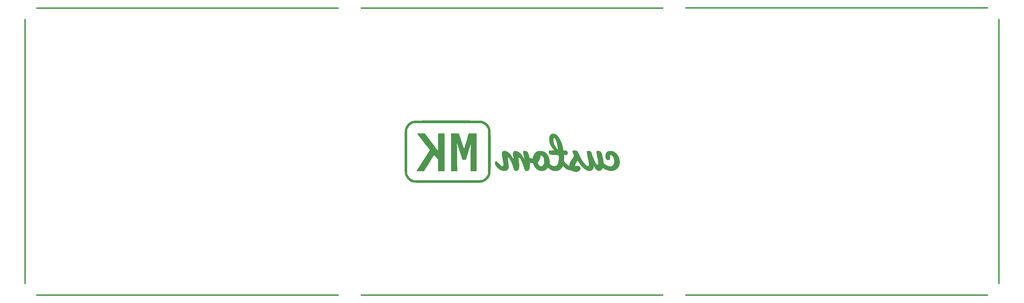
<source format=gbr>
%TF.GenerationSoftware,KiCad,Pcbnew,(5.1.6-0-10_14)*%
%TF.CreationDate,2021-09-05T18:40:08-05:00*%
%TF.ProjectId,EVO70_FR4_base,45564f37-305f-4465-9234-5f626173652e,rev?*%
%TF.SameCoordinates,Original*%
%TF.FileFunction,Copper,L4,Bot*%
%TF.FilePolarity,Positive*%
%FSLAX46Y46*%
G04 Gerber Fmt 4.6, Leading zero omitted, Abs format (unit mm)*
G04 Created by KiCad (PCBNEW (5.1.6-0-10_14)) date 2021-09-05 18:40:08*
%MOMM*%
%LPD*%
G01*
G04 APERTURE LIST*
%TA.AperFunction,EtchedComponent*%
%ADD10C,0.010000*%
%TD*%
%TA.AperFunction,Conductor*%
%ADD11C,0.508000*%
%TD*%
G04 APERTURE END LIST*
D10*
%TO.C,G1*%
G36*
X192042104Y-144223604D02*
G01*
X190920886Y-144225239D01*
X189926526Y-144228346D01*
X189050529Y-144233271D01*
X188284402Y-144240360D01*
X187619649Y-144249958D01*
X187047774Y-144262410D01*
X186560284Y-144278062D01*
X186148683Y-144297259D01*
X185804477Y-144320348D01*
X185519170Y-144347673D01*
X185284268Y-144379580D01*
X185091275Y-144416414D01*
X184931697Y-144458521D01*
X184797040Y-144506246D01*
X184678807Y-144559935D01*
X184568504Y-144619934D01*
X184457637Y-144686588D01*
X184337710Y-144760241D01*
X184304150Y-144780489D01*
X183620828Y-145281191D01*
X183065592Y-145882770D01*
X182648453Y-146572197D01*
X182398300Y-147261126D01*
X182373298Y-147367952D01*
X182351310Y-147492114D01*
X182332145Y-147644511D01*
X182315612Y-147836042D01*
X182301519Y-148077606D01*
X182289677Y-148380104D01*
X182279893Y-148754436D01*
X182271978Y-149211499D01*
X182265740Y-149762195D01*
X182260989Y-150417423D01*
X182257533Y-151188083D01*
X182255181Y-152085073D01*
X182253744Y-153119294D01*
X182253028Y-154301645D01*
X182252845Y-155565333D01*
X182253052Y-156897730D01*
X182253802Y-158071694D01*
X182255285Y-159098124D01*
X182257692Y-159987920D01*
X182261214Y-160751981D01*
X182266041Y-161401207D01*
X182272366Y-161946498D01*
X182280378Y-162398753D01*
X182290270Y-162768872D01*
X182302230Y-163067754D01*
X182316451Y-163306299D01*
X182333124Y-163495407D01*
X182352439Y-163645976D01*
X182374587Y-163768908D01*
X182398300Y-163869540D01*
X182681805Y-164627251D01*
X183112467Y-165308907D01*
X183680276Y-165901481D01*
X184304150Y-166350177D01*
X184427806Y-166425699D01*
X184540203Y-166494131D01*
X184649837Y-166555819D01*
X184765203Y-166611109D01*
X184894794Y-166660345D01*
X185047107Y-166703873D01*
X185230636Y-166742039D01*
X185453875Y-166775188D01*
X185725321Y-166803665D01*
X186053467Y-166827817D01*
X186446808Y-166847989D01*
X186913840Y-166864525D01*
X187463058Y-166877773D01*
X188102956Y-166888076D01*
X188842029Y-166895781D01*
X189688772Y-166901233D01*
X190651680Y-166904778D01*
X191739247Y-166906761D01*
X192959970Y-166907527D01*
X194322342Y-166907422D01*
X195834859Y-166906792D01*
X197506015Y-166905982D01*
X197965463Y-166905785D01*
X199638612Y-166904993D01*
X201150969Y-166903977D01*
X202511076Y-166902635D01*
X203727474Y-166900864D01*
X204808704Y-166898562D01*
X205763308Y-166895627D01*
X206599827Y-166891957D01*
X207326803Y-166887449D01*
X207952777Y-166882002D01*
X208486291Y-166875513D01*
X208935886Y-166867880D01*
X209310103Y-166859001D01*
X209617484Y-166848773D01*
X209866571Y-166837095D01*
X210065904Y-166823863D01*
X210224026Y-166808977D01*
X210349477Y-166792333D01*
X210450799Y-166773830D01*
X210528624Y-166755449D01*
X211264620Y-166479551D01*
X211932000Y-166064685D01*
X212509824Y-165532305D01*
X212977153Y-164903867D01*
X213313049Y-164200826D01*
X213437760Y-163774553D01*
X213463467Y-163574068D01*
X213486740Y-163219580D01*
X213507577Y-162726402D01*
X213525979Y-162109846D01*
X213541946Y-161385225D01*
X213555478Y-160567852D01*
X213566575Y-159673039D01*
X213575237Y-158716100D01*
X213581464Y-157712347D01*
X213585255Y-156677092D01*
X213586612Y-155625649D01*
X213585534Y-154573329D01*
X213582021Y-153535447D01*
X213576072Y-152527314D01*
X213567689Y-151564243D01*
X213556871Y-150661547D01*
X213543617Y-149834539D01*
X213527929Y-149098532D01*
X213509805Y-148468837D01*
X213489247Y-147960769D01*
X213466253Y-147589639D01*
X213453478Y-147479666D01*
X212680750Y-147479666D01*
X212680750Y-163651000D01*
X212455502Y-164131495D01*
X212087279Y-164738501D01*
X211604480Y-165258487D01*
X211037346Y-165665245D01*
X210416119Y-165932567D01*
X210358398Y-165948943D01*
X210267131Y-165964065D01*
X210105846Y-165977673D01*
X209867658Y-165989814D01*
X209545680Y-166000537D01*
X209133026Y-166009891D01*
X208622810Y-166017925D01*
X208008147Y-166024686D01*
X207282150Y-166030223D01*
X206437934Y-166034585D01*
X205468612Y-166037821D01*
X204367300Y-166039978D01*
X203127109Y-166041105D01*
X201741156Y-166041251D01*
X200202553Y-166040464D01*
X198504415Y-166038793D01*
X197737083Y-166037832D01*
X185502750Y-166021666D01*
X185018620Y-165794755D01*
X184409227Y-165420553D01*
X183879434Y-164919485D01*
X183467202Y-164328820D01*
X183406512Y-164212003D01*
X183132083Y-163654560D01*
X183132083Y-147476106D01*
X183406512Y-146918662D01*
X183792676Y-146315436D01*
X184303464Y-145794872D01*
X184900919Y-145394237D01*
X185018620Y-145335911D01*
X185502750Y-145109000D01*
X210313644Y-145109000D01*
X210871087Y-145383428D01*
X211474313Y-145769592D01*
X211994878Y-146280381D01*
X212395512Y-146877835D01*
X212453838Y-146995537D01*
X212680750Y-147479666D01*
X213453478Y-147479666D01*
X213440825Y-147370760D01*
X213437760Y-147356113D01*
X213186228Y-146620123D01*
X212791317Y-145946495D01*
X212273966Y-145356685D01*
X211655113Y-144872148D01*
X210955697Y-144514339D01*
X210528624Y-144375217D01*
X210441745Y-144354947D01*
X210338446Y-144336630D01*
X210210186Y-144320162D01*
X210048422Y-144305441D01*
X209844615Y-144292366D01*
X209590221Y-144280833D01*
X209276700Y-144270742D01*
X208895510Y-144261988D01*
X208438110Y-144254471D01*
X207895958Y-144248088D01*
X207260514Y-144242737D01*
X206523235Y-144238316D01*
X205675580Y-144234722D01*
X204709007Y-144231853D01*
X203614976Y-144229608D01*
X202384945Y-144227883D01*
X201010372Y-144226577D01*
X199482715Y-144225587D01*
X197965463Y-144224880D01*
X196251861Y-144224080D01*
X194699097Y-144223370D01*
X193298676Y-144223096D01*
X192042104Y-144223604D01*
G37*
X192042104Y-144223604D02*
X190920886Y-144225239D01*
X189926526Y-144228346D01*
X189050529Y-144233271D01*
X188284402Y-144240360D01*
X187619649Y-144249958D01*
X187047774Y-144262410D01*
X186560284Y-144278062D01*
X186148683Y-144297259D01*
X185804477Y-144320348D01*
X185519170Y-144347673D01*
X185284268Y-144379580D01*
X185091275Y-144416414D01*
X184931697Y-144458521D01*
X184797040Y-144506246D01*
X184678807Y-144559935D01*
X184568504Y-144619934D01*
X184457637Y-144686588D01*
X184337710Y-144760241D01*
X184304150Y-144780489D01*
X183620828Y-145281191D01*
X183065592Y-145882770D01*
X182648453Y-146572197D01*
X182398300Y-147261126D01*
X182373298Y-147367952D01*
X182351310Y-147492114D01*
X182332145Y-147644511D01*
X182315612Y-147836042D01*
X182301519Y-148077606D01*
X182289677Y-148380104D01*
X182279893Y-148754436D01*
X182271978Y-149211499D01*
X182265740Y-149762195D01*
X182260989Y-150417423D01*
X182257533Y-151188083D01*
X182255181Y-152085073D01*
X182253744Y-153119294D01*
X182253028Y-154301645D01*
X182252845Y-155565333D01*
X182253052Y-156897730D01*
X182253802Y-158071694D01*
X182255285Y-159098124D01*
X182257692Y-159987920D01*
X182261214Y-160751981D01*
X182266041Y-161401207D01*
X182272366Y-161946498D01*
X182280378Y-162398753D01*
X182290270Y-162768872D01*
X182302230Y-163067754D01*
X182316451Y-163306299D01*
X182333124Y-163495407D01*
X182352439Y-163645976D01*
X182374587Y-163768908D01*
X182398300Y-163869540D01*
X182681805Y-164627251D01*
X183112467Y-165308907D01*
X183680276Y-165901481D01*
X184304150Y-166350177D01*
X184427806Y-166425699D01*
X184540203Y-166494131D01*
X184649837Y-166555819D01*
X184765203Y-166611109D01*
X184894794Y-166660345D01*
X185047107Y-166703873D01*
X185230636Y-166742039D01*
X185453875Y-166775188D01*
X185725321Y-166803665D01*
X186053467Y-166827817D01*
X186446808Y-166847989D01*
X186913840Y-166864525D01*
X187463058Y-166877773D01*
X188102956Y-166888076D01*
X188842029Y-166895781D01*
X189688772Y-166901233D01*
X190651680Y-166904778D01*
X191739247Y-166906761D01*
X192959970Y-166907527D01*
X194322342Y-166907422D01*
X195834859Y-166906792D01*
X197506015Y-166905982D01*
X197965463Y-166905785D01*
X199638612Y-166904993D01*
X201150969Y-166903977D01*
X202511076Y-166902635D01*
X203727474Y-166900864D01*
X204808704Y-166898562D01*
X205763308Y-166895627D01*
X206599827Y-166891957D01*
X207326803Y-166887449D01*
X207952777Y-166882002D01*
X208486291Y-166875513D01*
X208935886Y-166867880D01*
X209310103Y-166859001D01*
X209617484Y-166848773D01*
X209866571Y-166837095D01*
X210065904Y-166823863D01*
X210224026Y-166808977D01*
X210349477Y-166792333D01*
X210450799Y-166773830D01*
X210528624Y-166755449D01*
X211264620Y-166479551D01*
X211932000Y-166064685D01*
X212509824Y-165532305D01*
X212977153Y-164903867D01*
X213313049Y-164200826D01*
X213437760Y-163774553D01*
X213463467Y-163574068D01*
X213486740Y-163219580D01*
X213507577Y-162726402D01*
X213525979Y-162109846D01*
X213541946Y-161385225D01*
X213555478Y-160567852D01*
X213566575Y-159673039D01*
X213575237Y-158716100D01*
X213581464Y-157712347D01*
X213585255Y-156677092D01*
X213586612Y-155625649D01*
X213585534Y-154573329D01*
X213582021Y-153535447D01*
X213576072Y-152527314D01*
X213567689Y-151564243D01*
X213556871Y-150661547D01*
X213543617Y-149834539D01*
X213527929Y-149098532D01*
X213509805Y-148468837D01*
X213489247Y-147960769D01*
X213466253Y-147589639D01*
X213453478Y-147479666D01*
X212680750Y-147479666D01*
X212680750Y-163651000D01*
X212455502Y-164131495D01*
X212087279Y-164738501D01*
X211604480Y-165258487D01*
X211037346Y-165665245D01*
X210416119Y-165932567D01*
X210358398Y-165948943D01*
X210267131Y-165964065D01*
X210105846Y-165977673D01*
X209867658Y-165989814D01*
X209545680Y-166000537D01*
X209133026Y-166009891D01*
X208622810Y-166017925D01*
X208008147Y-166024686D01*
X207282150Y-166030223D01*
X206437934Y-166034585D01*
X205468612Y-166037821D01*
X204367300Y-166039978D01*
X203127109Y-166041105D01*
X201741156Y-166041251D01*
X200202553Y-166040464D01*
X198504415Y-166038793D01*
X197737083Y-166037832D01*
X185502750Y-166021666D01*
X185018620Y-165794755D01*
X184409227Y-165420553D01*
X183879434Y-164919485D01*
X183467202Y-164328820D01*
X183406512Y-164212003D01*
X183132083Y-163654560D01*
X183132083Y-147476106D01*
X183406512Y-146918662D01*
X183792676Y-146315436D01*
X184303464Y-145794872D01*
X184900919Y-145394237D01*
X185018620Y-145335911D01*
X185502750Y-145109000D01*
X210313644Y-145109000D01*
X210871087Y-145383428D01*
X211474313Y-145769592D01*
X211994878Y-146280381D01*
X212395512Y-146877835D01*
X212453838Y-146995537D01*
X212680750Y-147479666D01*
X213453478Y-147479666D01*
X213440825Y-147370760D01*
X213437760Y-147356113D01*
X213186228Y-146620123D01*
X212791317Y-145946495D01*
X212273966Y-145356685D01*
X211655113Y-144872148D01*
X210955697Y-144514339D01*
X210528624Y-144375217D01*
X210441745Y-144354947D01*
X210338446Y-144336630D01*
X210210186Y-144320162D01*
X210048422Y-144305441D01*
X209844615Y-144292366D01*
X209590221Y-144280833D01*
X209276700Y-144270742D01*
X208895510Y-144261988D01*
X208438110Y-144254471D01*
X207895958Y-144248088D01*
X207260514Y-144242737D01*
X206523235Y-144238316D01*
X205675580Y-144234722D01*
X204709007Y-144231853D01*
X203614976Y-144229608D01*
X202384945Y-144227883D01*
X201010372Y-144226577D01*
X199482715Y-144225587D01*
X197965463Y-144224880D01*
X196251861Y-144224080D01*
X194699097Y-144223370D01*
X193298676Y-144223096D01*
X192042104Y-144223604D01*
G36*
X235930942Y-149084197D02*
G01*
X235572244Y-149274759D01*
X235303935Y-149598594D01*
X235122299Y-150060800D01*
X235023618Y-150666475D01*
X235008187Y-150908666D01*
X235038263Y-151768183D01*
X235210255Y-152575153D01*
X235531595Y-153349818D01*
X236009717Y-154112422D01*
X236337247Y-154528166D01*
X236854245Y-155142000D01*
X236070497Y-155150439D01*
X235595625Y-155161692D01*
X235262083Y-155188980D01*
X235042048Y-155240525D01*
X234907696Y-155324545D01*
X234831205Y-155449260D01*
X234807521Y-155523556D01*
X234804979Y-155836095D01*
X234937288Y-156155188D01*
X235179293Y-156431972D01*
X235329083Y-156536643D01*
X235462445Y-156602848D01*
X235619064Y-156651206D01*
X235828987Y-156685328D01*
X236122262Y-156708825D01*
X236528935Y-156725309D01*
X236993245Y-156736648D01*
X237523813Y-156746016D01*
X237908738Y-156760413D01*
X238171255Y-156797234D01*
X238334601Y-156873876D01*
X238422014Y-157007733D01*
X238456730Y-157216200D01*
X238461985Y-157516673D01*
X238460594Y-157835115D01*
X238442755Y-158386802D01*
X238391893Y-158938607D01*
X238314634Y-159442173D01*
X238217600Y-159849142D01*
X238163930Y-160000831D01*
X237907054Y-160412076D01*
X237544183Y-160703848D01*
X237103173Y-160860400D01*
X236629377Y-160868477D01*
X236195452Y-160763395D01*
X235798234Y-160558534D01*
X235408692Y-160249691D01*
X235075083Y-159948295D01*
X235075083Y-159256269D01*
X235064119Y-159121333D01*
X233152771Y-159121333D01*
X233149213Y-159523191D01*
X233117872Y-159816247D01*
X233049098Y-160060060D01*
X232972148Y-160236153D01*
X232714663Y-160625259D01*
X232402162Y-160859898D01*
X232048926Y-160936095D01*
X231669235Y-160849879D01*
X231379584Y-160679148D01*
X231156521Y-160451047D01*
X230954325Y-160140530D01*
X230809178Y-159813363D01*
X230757083Y-159547654D01*
X230819102Y-159361514D01*
X230979741Y-159138571D01*
X231046256Y-159069264D01*
X231319615Y-158708937D01*
X231531900Y-158243273D01*
X231660427Y-157731857D01*
X231688416Y-157382490D01*
X231694792Y-157116186D01*
X231725220Y-156977960D01*
X231796653Y-156926705D01*
X231878916Y-156920557D01*
X232144670Y-156990819D01*
X232436636Y-157178085D01*
X232700016Y-157445508D01*
X232942707Y-157867913D01*
X233091985Y-158405858D01*
X233151893Y-159074305D01*
X233152771Y-159121333D01*
X235064119Y-159121333D01*
X235003414Y-158374258D01*
X234787355Y-157578999D01*
X234425326Y-156866259D01*
X233967137Y-156285220D01*
X233444440Y-155828633D01*
X232873823Y-155525072D01*
X232226349Y-155361216D01*
X231889508Y-155328798D01*
X231355306Y-155325572D01*
X230922780Y-155391701D01*
X230533366Y-155541793D01*
X230179058Y-155755463D01*
X229862866Y-156039473D01*
X229558560Y-156431149D01*
X229293343Y-156881677D01*
X229094418Y-157342245D01*
X228988987Y-157764038D01*
X228979083Y-157908749D01*
X228971769Y-158017938D01*
X228928204Y-158078444D01*
X228815953Y-158094859D01*
X228602580Y-158071779D01*
X228255651Y-158013797D01*
X228247466Y-158012372D01*
X227957918Y-157957633D01*
X227793423Y-157901716D01*
X227711970Y-157815818D01*
X227671546Y-157671139D01*
X227660838Y-157610205D01*
X227538097Y-157016034D01*
X227387068Y-156483244D01*
X227218945Y-156044342D01*
X227044924Y-155731833D01*
X226990864Y-155664971D01*
X226820443Y-155501937D01*
X226644334Y-155408000D01*
X226398611Y-155356325D01*
X226206822Y-155335849D01*
X225823547Y-155325285D01*
X225578812Y-155383011D01*
X225452470Y-155518224D01*
X225423083Y-155693591D01*
X225442181Y-155847387D01*
X225494263Y-156126679D01*
X225571514Y-156492619D01*
X225666120Y-156906359D01*
X225672226Y-156932058D01*
X225774653Y-157382154D01*
X225866201Y-157820841D01*
X225936493Y-158196100D01*
X225973852Y-158444000D01*
X226026336Y-158909666D01*
X225824586Y-158437000D01*
X225407494Y-157583895D01*
X224933678Y-156835559D01*
X224517721Y-156324336D01*
X224082433Y-155897660D01*
X223678871Y-155604930D01*
X223270095Y-155425306D01*
X222819166Y-155337949D01*
X222759881Y-155332630D01*
X222456304Y-155314976D01*
X222264762Y-155331159D01*
X222129287Y-155393804D01*
X222006862Y-155502524D01*
X221848527Y-155707219D01*
X221754677Y-155957129D01*
X221722989Y-156280047D01*
X221751138Y-156703766D01*
X221836798Y-157256081D01*
X221852889Y-157343333D01*
X221929788Y-157750242D01*
X221999820Y-158113569D01*
X222054664Y-158390576D01*
X222083678Y-158528666D01*
X222068082Y-158547872D01*
X221988511Y-158437409D01*
X221858462Y-158218181D01*
X221720517Y-157966086D01*
X221235748Y-157150805D01*
X220727245Y-156479144D01*
X220201086Y-155956065D01*
X219663350Y-155586531D01*
X219120114Y-155375503D01*
X218577458Y-155327944D01*
X218497646Y-155335084D01*
X218211776Y-155396278D01*
X217993232Y-155517039D01*
X217839855Y-155711428D01*
X217749485Y-155993507D01*
X217719965Y-156377338D01*
X217749135Y-156876981D01*
X217834837Y-157506497D01*
X217974912Y-158279949D01*
X218014750Y-158480457D01*
X218140003Y-159117467D01*
X218228364Y-159611591D01*
X218281003Y-159984942D01*
X218299095Y-160259634D01*
X218283811Y-160457781D01*
X218236324Y-160601495D01*
X218157806Y-160712891D01*
X218134413Y-160737337D01*
X217948007Y-160856561D01*
X217728385Y-160862491D01*
X217463885Y-160748563D01*
X217142843Y-160508216D01*
X216753598Y-160134887D01*
X216415905Y-159770398D01*
X216159344Y-159497087D01*
X215927740Y-159274225D01*
X215753625Y-159131953D01*
X215689884Y-159097707D01*
X215465075Y-159107027D01*
X215298629Y-159246245D01*
X215195976Y-159484413D01*
X215162544Y-159790583D01*
X215203763Y-160133806D01*
X215325063Y-160483134D01*
X215417467Y-160650458D01*
X215710035Y-161028284D01*
X216108937Y-161430003D01*
X216564893Y-161812751D01*
X217028618Y-162133662D01*
X217288679Y-162278005D01*
X217601429Y-162420534D01*
X217864775Y-162502512D01*
X218152122Y-162540047D01*
X218524776Y-162549229D01*
X218890647Y-162542664D01*
X219141555Y-162513955D01*
X219331529Y-162451708D01*
X219514596Y-162344529D01*
X219523245Y-162338666D01*
X219790096Y-162105837D01*
X219981925Y-161811203D01*
X220101170Y-161437566D01*
X220150267Y-160967731D01*
X220131654Y-160384500D01*
X220047768Y-159670677D01*
X219969813Y-159188007D01*
X219873467Y-158589356D01*
X219822425Y-158146531D01*
X219819481Y-157851446D01*
X219867426Y-157696017D01*
X219969055Y-157672159D01*
X220127160Y-157771788D01*
X220344535Y-157986818D01*
X220373710Y-158018858D01*
X220711007Y-158475087D01*
X221048615Y-159095814D01*
X221384370Y-159876221D01*
X221716104Y-160811489D01*
X221908600Y-161432416D01*
X222024528Y-161783447D01*
X222146242Y-162085749D01*
X222253704Y-162291703D01*
X222289610Y-162337860D01*
X222564676Y-162505523D01*
X222910658Y-162569415D01*
X223257665Y-162519818D01*
X223344860Y-162484572D01*
X223603793Y-162289040D01*
X223792906Y-161977716D01*
X223913527Y-161542508D01*
X223966979Y-160975323D01*
X223954588Y-160268069D01*
X223877680Y-159412654D01*
X223865117Y-159307353D01*
X223800421Y-158763124D01*
X223758599Y-158363061D01*
X223739751Y-158083534D01*
X223743977Y-157900915D01*
X223771377Y-157791574D01*
X223822051Y-157731883D01*
X223871880Y-157706811D01*
X224039359Y-157729291D01*
X224240294Y-157898875D01*
X224465233Y-158198858D01*
X224704726Y-158612537D01*
X224949321Y-159123210D01*
X225189568Y-159714171D01*
X225416016Y-160368717D01*
X225462659Y-160518333D01*
X225656111Y-161144362D01*
X225814162Y-161626630D01*
X225949080Y-161983860D01*
X226073132Y-162234776D01*
X226198585Y-162398102D01*
X226337707Y-162492561D01*
X226502765Y-162536877D01*
X226706026Y-162549775D01*
X226793970Y-162550333D01*
X227105550Y-162514206D01*
X227350895Y-162395204D01*
X227538348Y-162177392D01*
X227676256Y-161844837D01*
X227772963Y-161381604D01*
X227836813Y-160771761D01*
X227852459Y-160529272D01*
X227904864Y-159608879D01*
X228336140Y-159660703D01*
X228612881Y-159691004D01*
X228833874Y-159710042D01*
X228904239Y-159713264D01*
X229022345Y-159796516D01*
X229154937Y-160039453D01*
X229218685Y-160200833D01*
X229561077Y-160940718D01*
X230000768Y-161544614D01*
X230543059Y-162018694D01*
X231011083Y-162288407D01*
X231640023Y-162501019D01*
X232289817Y-162563086D01*
X232930147Y-162479655D01*
X233530689Y-162255768D01*
X234061126Y-161896470D01*
X234208396Y-161756517D01*
X234543064Y-161411665D01*
X235013476Y-161776948D01*
X235507387Y-162125505D01*
X235959935Y-162356015D01*
X236427787Y-162488503D01*
X236967608Y-162542995D01*
X237193530Y-162547388D01*
X237588040Y-162543931D01*
X237872191Y-162522243D01*
X238104838Y-162470489D01*
X238344835Y-162376835D01*
X238566350Y-162271345D01*
X239122586Y-161922744D01*
X239539844Y-161488142D01*
X239792897Y-161047500D01*
X239890981Y-160849639D01*
X239966082Y-160738678D01*
X239980877Y-160730002D01*
X240057315Y-160790170D01*
X240195296Y-160942023D01*
X240264491Y-161026291D01*
X240569013Y-161344260D01*
X240959262Y-161663453D01*
X241374031Y-161938895D01*
X241752114Y-162125610D01*
X241768962Y-162131812D01*
X242071181Y-162221467D01*
X242439599Y-162304715D01*
X242662256Y-162343356D01*
X243035215Y-162426937D01*
X243420608Y-162557195D01*
X243609578Y-162642338D01*
X244073715Y-162816556D01*
X244587987Y-162902051D01*
X245087608Y-162892862D01*
X245440154Y-162810778D01*
X245833351Y-162598083D01*
X246114343Y-162312516D01*
X246278471Y-161983250D01*
X246321079Y-161639458D01*
X246237510Y-161310314D01*
X246023108Y-161024991D01*
X245753545Y-160847550D01*
X245526715Y-160768539D01*
X245257531Y-160741947D01*
X244885171Y-160761812D01*
X244881992Y-160762107D01*
X244566727Y-160784616D01*
X244387213Y-160776688D01*
X244312037Y-160734891D01*
X244303750Y-160698902D01*
X244355265Y-160433327D01*
X244496724Y-160080828D01*
X244708493Y-159683584D01*
X244946884Y-159317181D01*
X245336339Y-158771408D01*
X245655669Y-159317863D01*
X246008773Y-159874717D01*
X246413387Y-160435085D01*
X246836224Y-160957248D01*
X247243995Y-161399484D01*
X247518119Y-161652122D01*
X248123929Y-162086658D01*
X248727933Y-162386896D01*
X249312672Y-162547982D01*
X249860687Y-162565066D01*
X250344731Y-162437667D01*
X250597876Y-162303740D01*
X250769455Y-162139279D01*
X250917538Y-161884521D01*
X250951381Y-161813320D01*
X251076584Y-161475746D01*
X251150787Y-161139039D01*
X251160923Y-161005166D01*
X251175673Y-160785347D01*
X251211789Y-160658047D01*
X251229691Y-160645333D01*
X251294863Y-160717780D01*
X251386923Y-160902987D01*
X251444125Y-161047500D01*
X251703479Y-161591672D01*
X252037484Y-162030531D01*
X252426554Y-162348411D01*
X252851100Y-162529647D01*
X253291535Y-162558575D01*
X253327572Y-162553735D01*
X253729420Y-162418218D01*
X254085763Y-162161584D01*
X254341806Y-161825913D01*
X254378922Y-161746389D01*
X254459886Y-161572453D01*
X254514665Y-161492564D01*
X254517088Y-161492000D01*
X254598396Y-161537330D01*
X254770221Y-161653200D01*
X254896814Y-161743315D01*
X255250899Y-161954964D01*
X255709679Y-162167029D01*
X256210302Y-162355393D01*
X256689916Y-162495939D01*
X257020561Y-162558251D01*
X257464721Y-162571963D01*
X257972277Y-162528284D01*
X258476201Y-162437545D01*
X258909468Y-162310079D01*
X259063926Y-162243290D01*
X259422996Y-162016027D01*
X259786535Y-161707139D01*
X260100406Y-161368020D01*
X260301242Y-161068666D01*
X260519045Y-160483430D01*
X260622905Y-159799763D01*
X260621159Y-159086830D01*
X260498706Y-158242840D01*
X260243743Y-157471551D01*
X259866148Y-156788957D01*
X259375802Y-156211054D01*
X258782582Y-155753836D01*
X258453244Y-155576777D01*
X258171384Y-155459118D01*
X257906605Y-155390890D01*
X257593136Y-155359883D01*
X257251567Y-155353666D01*
X256879582Y-155359560D01*
X256623760Y-155384747D01*
X256431121Y-155440489D01*
X256248686Y-155538043D01*
X256182324Y-155580913D01*
X255818125Y-155919637D01*
X255582197Y-156367722D01*
X255475713Y-156922640D01*
X255469166Y-157119996D01*
X255520643Y-157637794D01*
X255666688Y-158064599D01*
X255894723Y-158381328D01*
X256192170Y-158568897D01*
X256453417Y-158613333D01*
X256709828Y-158568602D01*
X256903237Y-158479436D01*
X256995520Y-158401491D01*
X257050214Y-158300368D01*
X257074955Y-158136378D01*
X257077380Y-157869832D01*
X257070242Y-157611603D01*
X257046083Y-156877666D01*
X257371388Y-156850923D01*
X257579992Y-156851210D01*
X257744012Y-156913298D01*
X257925503Y-157066983D01*
X258017047Y-157160942D01*
X258332972Y-157598760D01*
X258547111Y-158147395D01*
X258665557Y-158822845D01*
X258670542Y-158876653D01*
X258669801Y-159517868D01*
X258550318Y-160051841D01*
X258318484Y-160471088D01*
X257980687Y-160768127D01*
X257543317Y-160935474D01*
X257012763Y-160965646D01*
X256896375Y-160954602D01*
X256550895Y-160869289D01*
X256131744Y-160700043D01*
X255693075Y-160473992D01*
X255289041Y-160218267D01*
X255046339Y-160027780D01*
X254908208Y-159898369D01*
X254814511Y-159776005D01*
X254751103Y-159620805D01*
X254703838Y-159392884D01*
X254658572Y-159052358D01*
X254637918Y-158876218D01*
X254566414Y-158374506D01*
X254465435Y-157819646D01*
X254345433Y-157257928D01*
X254216857Y-156735646D01*
X254090159Y-156299092D01*
X253999448Y-156048080D01*
X253789477Y-155689401D01*
X253501165Y-155461802D01*
X253105404Y-155345521D01*
X252938379Y-155327627D01*
X252646851Y-155317928D01*
X252430852Y-155348534D01*
X252286105Y-155437227D01*
X252208333Y-155601794D01*
X252193261Y-155860018D01*
X252236611Y-156229686D01*
X252334106Y-156728580D01*
X252464027Y-157300277D01*
X252585478Y-157862539D01*
X252688555Y-158425807D01*
X252769019Y-158957845D01*
X252822629Y-159426417D01*
X252845146Y-159799285D01*
X252832332Y-160044213D01*
X252827689Y-160065620D01*
X252740558Y-160250051D01*
X252639711Y-160338706D01*
X252437881Y-160329070D01*
X252206107Y-160167424D01*
X251951858Y-159866906D01*
X251682603Y-159440655D01*
X251405811Y-158901809D01*
X251128950Y-158263506D01*
X250859488Y-157538884D01*
X250616093Y-156778927D01*
X250451165Y-156260172D01*
X250299568Y-155883981D01*
X250143309Y-155626508D01*
X249964394Y-155463906D01*
X249744828Y-155372328D01*
X249525754Y-155333946D01*
X249237345Y-155318769D01*
X248983405Y-155333485D01*
X248923122Y-155344836D01*
X248793399Y-155394621D01*
X248729131Y-155491609D01*
X248707901Y-155685195D01*
X248706416Y-155822384D01*
X248724955Y-156077716D01*
X248775203Y-156445149D01*
X248849109Y-156872183D01*
X248923669Y-157238937D01*
X249115607Y-158137170D01*
X249266854Y-158890008D01*
X249376600Y-159492983D01*
X249444034Y-159941624D01*
X249468346Y-160231464D01*
X249468416Y-160242998D01*
X249416256Y-160520049D01*
X249282828Y-160750656D01*
X249102717Y-160884279D01*
X249019326Y-160899333D01*
X248781786Y-160827560D01*
X248478977Y-160621927D01*
X248127207Y-160296959D01*
X247742787Y-159867182D01*
X247466126Y-159515924D01*
X247183404Y-159127862D01*
X246930450Y-158751333D01*
X246690410Y-158356274D01*
X246446430Y-157912624D01*
X246181655Y-157390322D01*
X245879233Y-156759305D01*
X245675560Y-156322197D01*
X245486219Y-155924025D01*
X245339977Y-155651508D01*
X245215502Y-155473702D01*
X245091465Y-155359666D01*
X244960573Y-155285030D01*
X244671858Y-155195478D01*
X244317490Y-155149981D01*
X243965662Y-155151358D01*
X243684568Y-155202430D01*
X243620850Y-155229645D01*
X243508293Y-155315335D01*
X243468735Y-155436366D01*
X243504353Y-155626829D01*
X243617325Y-155920816D01*
X243673190Y-156049159D01*
X243839077Y-156454564D01*
X243932137Y-156789503D01*
X243945567Y-157089007D01*
X243872565Y-157388106D01*
X243706331Y-157721831D01*
X243440064Y-158125213D01*
X243208242Y-158443899D01*
X242850866Y-158950376D01*
X242599392Y-159371219D01*
X242438674Y-159739202D01*
X242353564Y-160087100D01*
X242330623Y-160342810D01*
X242313353Y-160599771D01*
X242286021Y-160771107D01*
X242263286Y-160814522D01*
X242136065Y-160758276D01*
X241919615Y-160605343D01*
X241643154Y-160380049D01*
X241335900Y-160106720D01*
X241027071Y-159809683D01*
X240899328Y-159678907D01*
X240325887Y-159079000D01*
X240325152Y-157914833D01*
X240324416Y-156750666D01*
X240832416Y-156750666D01*
X241228206Y-156718095D01*
X241486816Y-156608271D01*
X241629755Y-156403032D01*
X241678535Y-156084215D01*
X241679083Y-156035721D01*
X241636528Y-155675819D01*
X241496145Y-155424116D01*
X241238858Y-155263763D01*
X240845590Y-155177917D01*
X240691610Y-155163693D01*
X240093768Y-155120917D01*
X240024388Y-154729304D01*
X238203861Y-154729304D01*
X238189126Y-154814189D01*
X238135480Y-154816790D01*
X238021714Y-154723133D01*
X237826621Y-154519243D01*
X237738000Y-154422333D01*
X237461912Y-154085828D01*
X237187980Y-153698480D01*
X236982293Y-153356193D01*
X236697455Y-152716286D01*
X236512619Y-152083381D01*
X236433493Y-151489824D01*
X236465786Y-150967960D01*
X236522699Y-150751967D01*
X236641933Y-150543334D01*
X236792285Y-150491673D01*
X236965711Y-150589214D01*
X237154163Y-150828187D01*
X237349597Y-151200823D01*
X237543968Y-151699351D01*
X237563462Y-151757102D01*
X237659578Y-152078340D01*
X237767415Y-152491199D01*
X237878768Y-152957614D01*
X237985437Y-153439517D01*
X238079220Y-153898840D01*
X238151914Y-154297518D01*
X238195317Y-154597482D01*
X238203861Y-154729304D01*
X240024388Y-154729304D01*
X239986885Y-154517625D01*
X239794275Y-153645144D01*
X239530019Y-152765417D01*
X239209228Y-151915411D01*
X238847014Y-151132092D01*
X238458487Y-150452428D01*
X238148219Y-150019666D01*
X237677063Y-149536717D01*
X237174820Y-149209319D01*
X236651133Y-149042925D01*
X236383745Y-149021809D01*
X235930942Y-149084197D01*
G37*
X235930942Y-149084197D02*
X235572244Y-149274759D01*
X235303935Y-149598594D01*
X235122299Y-150060800D01*
X235023618Y-150666475D01*
X235008187Y-150908666D01*
X235038263Y-151768183D01*
X235210255Y-152575153D01*
X235531595Y-153349818D01*
X236009717Y-154112422D01*
X236337247Y-154528166D01*
X236854245Y-155142000D01*
X236070497Y-155150439D01*
X235595625Y-155161692D01*
X235262083Y-155188980D01*
X235042048Y-155240525D01*
X234907696Y-155324545D01*
X234831205Y-155449260D01*
X234807521Y-155523556D01*
X234804979Y-155836095D01*
X234937288Y-156155188D01*
X235179293Y-156431972D01*
X235329083Y-156536643D01*
X235462445Y-156602848D01*
X235619064Y-156651206D01*
X235828987Y-156685328D01*
X236122262Y-156708825D01*
X236528935Y-156725309D01*
X236993245Y-156736648D01*
X237523813Y-156746016D01*
X237908738Y-156760413D01*
X238171255Y-156797234D01*
X238334601Y-156873876D01*
X238422014Y-157007733D01*
X238456730Y-157216200D01*
X238461985Y-157516673D01*
X238460594Y-157835115D01*
X238442755Y-158386802D01*
X238391893Y-158938607D01*
X238314634Y-159442173D01*
X238217600Y-159849142D01*
X238163930Y-160000831D01*
X237907054Y-160412076D01*
X237544183Y-160703848D01*
X237103173Y-160860400D01*
X236629377Y-160868477D01*
X236195452Y-160763395D01*
X235798234Y-160558534D01*
X235408692Y-160249691D01*
X235075083Y-159948295D01*
X235075083Y-159256269D01*
X235064119Y-159121333D01*
X233152771Y-159121333D01*
X233149213Y-159523191D01*
X233117872Y-159816247D01*
X233049098Y-160060060D01*
X232972148Y-160236153D01*
X232714663Y-160625259D01*
X232402162Y-160859898D01*
X232048926Y-160936095D01*
X231669235Y-160849879D01*
X231379584Y-160679148D01*
X231156521Y-160451047D01*
X230954325Y-160140530D01*
X230809178Y-159813363D01*
X230757083Y-159547654D01*
X230819102Y-159361514D01*
X230979741Y-159138571D01*
X231046256Y-159069264D01*
X231319615Y-158708937D01*
X231531900Y-158243273D01*
X231660427Y-157731857D01*
X231688416Y-157382490D01*
X231694792Y-157116186D01*
X231725220Y-156977960D01*
X231796653Y-156926705D01*
X231878916Y-156920557D01*
X232144670Y-156990819D01*
X232436636Y-157178085D01*
X232700016Y-157445508D01*
X232942707Y-157867913D01*
X233091985Y-158405858D01*
X233151893Y-159074305D01*
X233152771Y-159121333D01*
X235064119Y-159121333D01*
X235003414Y-158374258D01*
X234787355Y-157578999D01*
X234425326Y-156866259D01*
X233967137Y-156285220D01*
X233444440Y-155828633D01*
X232873823Y-155525072D01*
X232226349Y-155361216D01*
X231889508Y-155328798D01*
X231355306Y-155325572D01*
X230922780Y-155391701D01*
X230533366Y-155541793D01*
X230179058Y-155755463D01*
X229862866Y-156039473D01*
X229558560Y-156431149D01*
X229293343Y-156881677D01*
X229094418Y-157342245D01*
X228988987Y-157764038D01*
X228979083Y-157908749D01*
X228971769Y-158017938D01*
X228928204Y-158078444D01*
X228815953Y-158094859D01*
X228602580Y-158071779D01*
X228255651Y-158013797D01*
X228247466Y-158012372D01*
X227957918Y-157957633D01*
X227793423Y-157901716D01*
X227711970Y-157815818D01*
X227671546Y-157671139D01*
X227660838Y-157610205D01*
X227538097Y-157016034D01*
X227387068Y-156483244D01*
X227218945Y-156044342D01*
X227044924Y-155731833D01*
X226990864Y-155664971D01*
X226820443Y-155501937D01*
X226644334Y-155408000D01*
X226398611Y-155356325D01*
X226206822Y-155335849D01*
X225823547Y-155325285D01*
X225578812Y-155383011D01*
X225452470Y-155518224D01*
X225423083Y-155693591D01*
X225442181Y-155847387D01*
X225494263Y-156126679D01*
X225571514Y-156492619D01*
X225666120Y-156906359D01*
X225672226Y-156932058D01*
X225774653Y-157382154D01*
X225866201Y-157820841D01*
X225936493Y-158196100D01*
X225973852Y-158444000D01*
X226026336Y-158909666D01*
X225824586Y-158437000D01*
X225407494Y-157583895D01*
X224933678Y-156835559D01*
X224517721Y-156324336D01*
X224082433Y-155897660D01*
X223678871Y-155604930D01*
X223270095Y-155425306D01*
X222819166Y-155337949D01*
X222759881Y-155332630D01*
X222456304Y-155314976D01*
X222264762Y-155331159D01*
X222129287Y-155393804D01*
X222006862Y-155502524D01*
X221848527Y-155707219D01*
X221754677Y-155957129D01*
X221722989Y-156280047D01*
X221751138Y-156703766D01*
X221836798Y-157256081D01*
X221852889Y-157343333D01*
X221929788Y-157750242D01*
X221999820Y-158113569D01*
X222054664Y-158390576D01*
X222083678Y-158528666D01*
X222068082Y-158547872D01*
X221988511Y-158437409D01*
X221858462Y-158218181D01*
X221720517Y-157966086D01*
X221235748Y-157150805D01*
X220727245Y-156479144D01*
X220201086Y-155956065D01*
X219663350Y-155586531D01*
X219120114Y-155375503D01*
X218577458Y-155327944D01*
X218497646Y-155335084D01*
X218211776Y-155396278D01*
X217993232Y-155517039D01*
X217839855Y-155711428D01*
X217749485Y-155993507D01*
X217719965Y-156377338D01*
X217749135Y-156876981D01*
X217834837Y-157506497D01*
X217974912Y-158279949D01*
X218014750Y-158480457D01*
X218140003Y-159117467D01*
X218228364Y-159611591D01*
X218281003Y-159984942D01*
X218299095Y-160259634D01*
X218283811Y-160457781D01*
X218236324Y-160601495D01*
X218157806Y-160712891D01*
X218134413Y-160737337D01*
X217948007Y-160856561D01*
X217728385Y-160862491D01*
X217463885Y-160748563D01*
X217142843Y-160508216D01*
X216753598Y-160134887D01*
X216415905Y-159770398D01*
X216159344Y-159497087D01*
X215927740Y-159274225D01*
X215753625Y-159131953D01*
X215689884Y-159097707D01*
X215465075Y-159107027D01*
X215298629Y-159246245D01*
X215195976Y-159484413D01*
X215162544Y-159790583D01*
X215203763Y-160133806D01*
X215325063Y-160483134D01*
X215417467Y-160650458D01*
X215710035Y-161028284D01*
X216108937Y-161430003D01*
X216564893Y-161812751D01*
X217028618Y-162133662D01*
X217288679Y-162278005D01*
X217601429Y-162420534D01*
X217864775Y-162502512D01*
X218152122Y-162540047D01*
X218524776Y-162549229D01*
X218890647Y-162542664D01*
X219141555Y-162513955D01*
X219331529Y-162451708D01*
X219514596Y-162344529D01*
X219523245Y-162338666D01*
X219790096Y-162105837D01*
X219981925Y-161811203D01*
X220101170Y-161437566D01*
X220150267Y-160967731D01*
X220131654Y-160384500D01*
X220047768Y-159670677D01*
X219969813Y-159188007D01*
X219873467Y-158589356D01*
X219822425Y-158146531D01*
X219819481Y-157851446D01*
X219867426Y-157696017D01*
X219969055Y-157672159D01*
X220127160Y-157771788D01*
X220344535Y-157986818D01*
X220373710Y-158018858D01*
X220711007Y-158475087D01*
X221048615Y-159095814D01*
X221384370Y-159876221D01*
X221716104Y-160811489D01*
X221908600Y-161432416D01*
X222024528Y-161783447D01*
X222146242Y-162085749D01*
X222253704Y-162291703D01*
X222289610Y-162337860D01*
X222564676Y-162505523D01*
X222910658Y-162569415D01*
X223257665Y-162519818D01*
X223344860Y-162484572D01*
X223603793Y-162289040D01*
X223792906Y-161977716D01*
X223913527Y-161542508D01*
X223966979Y-160975323D01*
X223954588Y-160268069D01*
X223877680Y-159412654D01*
X223865117Y-159307353D01*
X223800421Y-158763124D01*
X223758599Y-158363061D01*
X223739751Y-158083534D01*
X223743977Y-157900915D01*
X223771377Y-157791574D01*
X223822051Y-157731883D01*
X223871880Y-157706811D01*
X224039359Y-157729291D01*
X224240294Y-157898875D01*
X224465233Y-158198858D01*
X224704726Y-158612537D01*
X224949321Y-159123210D01*
X225189568Y-159714171D01*
X225416016Y-160368717D01*
X225462659Y-160518333D01*
X225656111Y-161144362D01*
X225814162Y-161626630D01*
X225949080Y-161983860D01*
X226073132Y-162234776D01*
X226198585Y-162398102D01*
X226337707Y-162492561D01*
X226502765Y-162536877D01*
X226706026Y-162549775D01*
X226793970Y-162550333D01*
X227105550Y-162514206D01*
X227350895Y-162395204D01*
X227538348Y-162177392D01*
X227676256Y-161844837D01*
X227772963Y-161381604D01*
X227836813Y-160771761D01*
X227852459Y-160529272D01*
X227904864Y-159608879D01*
X228336140Y-159660703D01*
X228612881Y-159691004D01*
X228833874Y-159710042D01*
X228904239Y-159713264D01*
X229022345Y-159796516D01*
X229154937Y-160039453D01*
X229218685Y-160200833D01*
X229561077Y-160940718D01*
X230000768Y-161544614D01*
X230543059Y-162018694D01*
X231011083Y-162288407D01*
X231640023Y-162501019D01*
X232289817Y-162563086D01*
X232930147Y-162479655D01*
X233530689Y-162255768D01*
X234061126Y-161896470D01*
X234208396Y-161756517D01*
X234543064Y-161411665D01*
X235013476Y-161776948D01*
X235507387Y-162125505D01*
X235959935Y-162356015D01*
X236427787Y-162488503D01*
X236967608Y-162542995D01*
X237193530Y-162547388D01*
X237588040Y-162543931D01*
X237872191Y-162522243D01*
X238104838Y-162470489D01*
X238344835Y-162376835D01*
X238566350Y-162271345D01*
X239122586Y-161922744D01*
X239539844Y-161488142D01*
X239792897Y-161047500D01*
X239890981Y-160849639D01*
X239966082Y-160738678D01*
X239980877Y-160730002D01*
X240057315Y-160790170D01*
X240195296Y-160942023D01*
X240264491Y-161026291D01*
X240569013Y-161344260D01*
X240959262Y-161663453D01*
X241374031Y-161938895D01*
X241752114Y-162125610D01*
X241768962Y-162131812D01*
X242071181Y-162221467D01*
X242439599Y-162304715D01*
X242662256Y-162343356D01*
X243035215Y-162426937D01*
X243420608Y-162557195D01*
X243609578Y-162642338D01*
X244073715Y-162816556D01*
X244587987Y-162902051D01*
X245087608Y-162892862D01*
X245440154Y-162810778D01*
X245833351Y-162598083D01*
X246114343Y-162312516D01*
X246278471Y-161983250D01*
X246321079Y-161639458D01*
X246237510Y-161310314D01*
X246023108Y-161024991D01*
X245753545Y-160847550D01*
X245526715Y-160768539D01*
X245257531Y-160741947D01*
X244885171Y-160761812D01*
X244881992Y-160762107D01*
X244566727Y-160784616D01*
X244387213Y-160776688D01*
X244312037Y-160734891D01*
X244303750Y-160698902D01*
X244355265Y-160433327D01*
X244496724Y-160080828D01*
X244708493Y-159683584D01*
X244946884Y-159317181D01*
X245336339Y-158771408D01*
X245655669Y-159317863D01*
X246008773Y-159874717D01*
X246413387Y-160435085D01*
X246836224Y-160957248D01*
X247243995Y-161399484D01*
X247518119Y-161652122D01*
X248123929Y-162086658D01*
X248727933Y-162386896D01*
X249312672Y-162547982D01*
X249860687Y-162565066D01*
X250344731Y-162437667D01*
X250597876Y-162303740D01*
X250769455Y-162139279D01*
X250917538Y-161884521D01*
X250951381Y-161813320D01*
X251076584Y-161475746D01*
X251150787Y-161139039D01*
X251160923Y-161005166D01*
X251175673Y-160785347D01*
X251211789Y-160658047D01*
X251229691Y-160645333D01*
X251294863Y-160717780D01*
X251386923Y-160902987D01*
X251444125Y-161047500D01*
X251703479Y-161591672D01*
X252037484Y-162030531D01*
X252426554Y-162348411D01*
X252851100Y-162529647D01*
X253291535Y-162558575D01*
X253327572Y-162553735D01*
X253729420Y-162418218D01*
X254085763Y-162161584D01*
X254341806Y-161825913D01*
X254378922Y-161746389D01*
X254459886Y-161572453D01*
X254514665Y-161492564D01*
X254517088Y-161492000D01*
X254598396Y-161537330D01*
X254770221Y-161653200D01*
X254896814Y-161743315D01*
X255250899Y-161954964D01*
X255709679Y-162167029D01*
X256210302Y-162355393D01*
X256689916Y-162495939D01*
X257020561Y-162558251D01*
X257464721Y-162571963D01*
X257972277Y-162528284D01*
X258476201Y-162437545D01*
X258909468Y-162310079D01*
X259063926Y-162243290D01*
X259422996Y-162016027D01*
X259786535Y-161707139D01*
X260100406Y-161368020D01*
X260301242Y-161068666D01*
X260519045Y-160483430D01*
X260622905Y-159799763D01*
X260621159Y-159086830D01*
X260498706Y-158242840D01*
X260243743Y-157471551D01*
X259866148Y-156788957D01*
X259375802Y-156211054D01*
X258782582Y-155753836D01*
X258453244Y-155576777D01*
X258171384Y-155459118D01*
X257906605Y-155390890D01*
X257593136Y-155359883D01*
X257251567Y-155353666D01*
X256879582Y-155359560D01*
X256623760Y-155384747D01*
X256431121Y-155440489D01*
X256248686Y-155538043D01*
X256182324Y-155580913D01*
X255818125Y-155919637D01*
X255582197Y-156367722D01*
X255475713Y-156922640D01*
X255469166Y-157119996D01*
X255520643Y-157637794D01*
X255666688Y-158064599D01*
X255894723Y-158381328D01*
X256192170Y-158568897D01*
X256453417Y-158613333D01*
X256709828Y-158568602D01*
X256903237Y-158479436D01*
X256995520Y-158401491D01*
X257050214Y-158300368D01*
X257074955Y-158136378D01*
X257077380Y-157869832D01*
X257070242Y-157611603D01*
X257046083Y-156877666D01*
X257371388Y-156850923D01*
X257579992Y-156851210D01*
X257744012Y-156913298D01*
X257925503Y-157066983D01*
X258017047Y-157160942D01*
X258332972Y-157598760D01*
X258547111Y-158147395D01*
X258665557Y-158822845D01*
X258670542Y-158876653D01*
X258669801Y-159517868D01*
X258550318Y-160051841D01*
X258318484Y-160471088D01*
X257980687Y-160768127D01*
X257543317Y-160935474D01*
X257012763Y-160965646D01*
X256896375Y-160954602D01*
X256550895Y-160869289D01*
X256131744Y-160700043D01*
X255693075Y-160473992D01*
X255289041Y-160218267D01*
X255046339Y-160027780D01*
X254908208Y-159898369D01*
X254814511Y-159776005D01*
X254751103Y-159620805D01*
X254703838Y-159392884D01*
X254658572Y-159052358D01*
X254637918Y-158876218D01*
X254566414Y-158374506D01*
X254465435Y-157819646D01*
X254345433Y-157257928D01*
X254216857Y-156735646D01*
X254090159Y-156299092D01*
X253999448Y-156048080D01*
X253789477Y-155689401D01*
X253501165Y-155461802D01*
X253105404Y-155345521D01*
X252938379Y-155327627D01*
X252646851Y-155317928D01*
X252430852Y-155348534D01*
X252286105Y-155437227D01*
X252208333Y-155601794D01*
X252193261Y-155860018D01*
X252236611Y-156229686D01*
X252334106Y-156728580D01*
X252464027Y-157300277D01*
X252585478Y-157862539D01*
X252688555Y-158425807D01*
X252769019Y-158957845D01*
X252822629Y-159426417D01*
X252845146Y-159799285D01*
X252832332Y-160044213D01*
X252827689Y-160065620D01*
X252740558Y-160250051D01*
X252639711Y-160338706D01*
X252437881Y-160329070D01*
X252206107Y-160167424D01*
X251951858Y-159866906D01*
X251682603Y-159440655D01*
X251405811Y-158901809D01*
X251128950Y-158263506D01*
X250859488Y-157538884D01*
X250616093Y-156778927D01*
X250451165Y-156260172D01*
X250299568Y-155883981D01*
X250143309Y-155626508D01*
X249964394Y-155463906D01*
X249744828Y-155372328D01*
X249525754Y-155333946D01*
X249237345Y-155318769D01*
X248983405Y-155333485D01*
X248923122Y-155344836D01*
X248793399Y-155394621D01*
X248729131Y-155491609D01*
X248707901Y-155685195D01*
X248706416Y-155822384D01*
X248724955Y-156077716D01*
X248775203Y-156445149D01*
X248849109Y-156872183D01*
X248923669Y-157238937D01*
X249115607Y-158137170D01*
X249266854Y-158890008D01*
X249376600Y-159492983D01*
X249444034Y-159941624D01*
X249468346Y-160231464D01*
X249468416Y-160242998D01*
X249416256Y-160520049D01*
X249282828Y-160750656D01*
X249102717Y-160884279D01*
X249019326Y-160899333D01*
X248781786Y-160827560D01*
X248478977Y-160621927D01*
X248127207Y-160296959D01*
X247742787Y-159867182D01*
X247466126Y-159515924D01*
X247183404Y-159127862D01*
X246930450Y-158751333D01*
X246690410Y-158356274D01*
X246446430Y-157912624D01*
X246181655Y-157390322D01*
X245879233Y-156759305D01*
X245675560Y-156322197D01*
X245486219Y-155924025D01*
X245339977Y-155651508D01*
X245215502Y-155473702D01*
X245091465Y-155359666D01*
X244960573Y-155285030D01*
X244671858Y-155195478D01*
X244317490Y-155149981D01*
X243965662Y-155151358D01*
X243684568Y-155202430D01*
X243620850Y-155229645D01*
X243508293Y-155315335D01*
X243468735Y-155436366D01*
X243504353Y-155626829D01*
X243617325Y-155920816D01*
X243673190Y-156049159D01*
X243839077Y-156454564D01*
X243932137Y-156789503D01*
X243945567Y-157089007D01*
X243872565Y-157388106D01*
X243706331Y-157721831D01*
X243440064Y-158125213D01*
X243208242Y-158443899D01*
X242850866Y-158950376D01*
X242599392Y-159371219D01*
X242438674Y-159739202D01*
X242353564Y-160087100D01*
X242330623Y-160342810D01*
X242313353Y-160599771D01*
X242286021Y-160771107D01*
X242263286Y-160814522D01*
X242136065Y-160758276D01*
X241919615Y-160605343D01*
X241643154Y-160380049D01*
X241335900Y-160106720D01*
X241027071Y-159809683D01*
X240899328Y-159678907D01*
X240325887Y-159079000D01*
X240325152Y-157914833D01*
X240324416Y-156750666D01*
X240832416Y-156750666D01*
X241228206Y-156718095D01*
X241486816Y-156608271D01*
X241629755Y-156403032D01*
X241678535Y-156084215D01*
X241679083Y-156035721D01*
X241636528Y-155675819D01*
X241496145Y-155424116D01*
X241238858Y-155263763D01*
X240845590Y-155177917D01*
X240691610Y-155163693D01*
X240093768Y-155120917D01*
X240024388Y-154729304D01*
X238203861Y-154729304D01*
X238189126Y-154814189D01*
X238135480Y-154816790D01*
X238021714Y-154723133D01*
X237826621Y-154519243D01*
X237738000Y-154422333D01*
X237461912Y-154085828D01*
X237187980Y-153698480D01*
X236982293Y-153356193D01*
X236697455Y-152716286D01*
X236512619Y-152083381D01*
X236433493Y-151489824D01*
X236465786Y-150967960D01*
X236522699Y-150751967D01*
X236641933Y-150543334D01*
X236792285Y-150491673D01*
X236965711Y-150589214D01*
X237154163Y-150828187D01*
X237349597Y-151200823D01*
X237543968Y-151699351D01*
X237563462Y-151757102D01*
X237659578Y-152078340D01*
X237767415Y-152491199D01*
X237878768Y-152957614D01*
X237985437Y-153439517D01*
X238079220Y-153898840D01*
X238151914Y-154297518D01*
X238195317Y-154597482D01*
X238203861Y-154729304D01*
X240024388Y-154729304D01*
X239986885Y-154517625D01*
X239794275Y-153645144D01*
X239530019Y-152765417D01*
X239209228Y-151915411D01*
X238847014Y-151132092D01*
X238458487Y-150452428D01*
X238148219Y-150019666D01*
X237677063Y-149536717D01*
X237174820Y-149209319D01*
X236651133Y-149042925D01*
X236383745Y-149021809D01*
X235930942Y-149084197D01*
G36*
X205455443Y-149490500D02*
G01*
X205388813Y-149712944D01*
X205283632Y-150070790D01*
X205147867Y-150536619D01*
X204989486Y-151083016D01*
X204816455Y-151682563D01*
X204637366Y-152305666D01*
X204465207Y-152901055D01*
X204305733Y-153443324D01*
X204165447Y-153911088D01*
X204050853Y-154282957D01*
X203968456Y-154537546D01*
X203924760Y-154653467D01*
X203922181Y-154657327D01*
X203883732Y-154595045D01*
X203800717Y-154388758D01*
X203679258Y-154056033D01*
X203525477Y-153614434D01*
X203345496Y-153081525D01*
X203145436Y-152474873D01*
X202941049Y-151842160D01*
X202019469Y-148961333D01*
X199176416Y-148961333D01*
X199176416Y-162677333D01*
X201379156Y-162677333D01*
X201335321Y-158846166D01*
X201325096Y-157989443D01*
X201314044Y-157128980D01*
X201302561Y-156291517D01*
X201291045Y-155503791D01*
X201279893Y-154792538D01*
X201269502Y-154184498D01*
X201260269Y-153706407D01*
X201256422Y-153533333D01*
X201221358Y-152051666D01*
X201427297Y-152686666D01*
X201505139Y-152926691D01*
X201626847Y-153301981D01*
X201784051Y-153786723D01*
X201968380Y-154355109D01*
X202171463Y-154981326D01*
X202384930Y-155639565D01*
X202470686Y-155904000D01*
X203308137Y-158486333D01*
X203905683Y-158511136D01*
X204503228Y-158535939D01*
X204760132Y-157706803D01*
X204856370Y-157395423D01*
X204992226Y-156954769D01*
X205157660Y-156417457D01*
X205342636Y-155816103D01*
X205537115Y-155183322D01*
X205692812Y-154676333D01*
X206368588Y-152475000D01*
X206314863Y-157576166D01*
X206261138Y-162677333D01*
X208405083Y-162677333D01*
X208405083Y-148961333D01*
X205617887Y-148961333D01*
X205455443Y-149490500D01*
G37*
X205455443Y-149490500D02*
X205388813Y-149712944D01*
X205283632Y-150070790D01*
X205147867Y-150536619D01*
X204989486Y-151083016D01*
X204816455Y-151682563D01*
X204637366Y-152305666D01*
X204465207Y-152901055D01*
X204305733Y-153443324D01*
X204165447Y-153911088D01*
X204050853Y-154282957D01*
X203968456Y-154537546D01*
X203924760Y-154653467D01*
X203922181Y-154657327D01*
X203883732Y-154595045D01*
X203800717Y-154388758D01*
X203679258Y-154056033D01*
X203525477Y-153614434D01*
X203345496Y-153081525D01*
X203145436Y-152474873D01*
X202941049Y-151842160D01*
X202019469Y-148961333D01*
X199176416Y-148961333D01*
X199176416Y-162677333D01*
X201379156Y-162677333D01*
X201335321Y-158846166D01*
X201325096Y-157989443D01*
X201314044Y-157128980D01*
X201302561Y-156291517D01*
X201291045Y-155503791D01*
X201279893Y-154792538D01*
X201269502Y-154184498D01*
X201260269Y-153706407D01*
X201256422Y-153533333D01*
X201221358Y-152051666D01*
X201427297Y-152686666D01*
X201505139Y-152926691D01*
X201626847Y-153301981D01*
X201784051Y-153786723D01*
X201968380Y-154355109D01*
X202171463Y-154981326D01*
X202384930Y-155639565D01*
X202470686Y-155904000D01*
X203308137Y-158486333D01*
X203905683Y-158511136D01*
X204503228Y-158535939D01*
X204760132Y-157706803D01*
X204856370Y-157395423D01*
X204992226Y-156954769D01*
X205157660Y-156417457D01*
X205342636Y-155816103D01*
X205537115Y-155183322D01*
X205692812Y-154676333D01*
X206368588Y-152475000D01*
X206314863Y-157576166D01*
X206261138Y-162677333D01*
X208405083Y-162677333D01*
X208405083Y-148961333D01*
X205617887Y-148961333D01*
X205455443Y-149490500D01*
G36*
X194435083Y-152146700D02*
G01*
X194434176Y-152982844D01*
X194431129Y-153663378D01*
X194425452Y-154202015D01*
X194416657Y-154612471D01*
X194404252Y-154908459D01*
X194387750Y-155103694D01*
X194366661Y-155211891D01*
X194340496Y-155246765D01*
X194324684Y-155240444D01*
X194252456Y-155155655D01*
X194089463Y-154949254D01*
X193846382Y-154635212D01*
X193533892Y-154227501D01*
X193162669Y-153740093D01*
X192743393Y-153186958D01*
X192286740Y-152582070D01*
X191890517Y-152055423D01*
X189566750Y-148962025D01*
X188180868Y-148961679D01*
X186794985Y-148961333D01*
X187036408Y-149278833D01*
X187141018Y-149414986D01*
X187336811Y-149668425D01*
X187611063Y-150022731D01*
X187951051Y-150461486D01*
X188344050Y-150968271D01*
X188777337Y-151526667D01*
X189238186Y-152120257D01*
X189366783Y-152285836D01*
X191455734Y-154975339D01*
X189010309Y-158805169D01*
X186564884Y-162635000D01*
X187890025Y-162658391D01*
X188348195Y-162662407D01*
X188746092Y-162658196D01*
X189053212Y-162646687D01*
X189239050Y-162628810D01*
X189279085Y-162616057D01*
X189336278Y-162531650D01*
X189472221Y-162318858D01*
X189676997Y-161993563D01*
X189940689Y-161571643D01*
X190253378Y-161068978D01*
X190605149Y-160501449D01*
X190986083Y-159884934D01*
X191091500Y-159714000D01*
X191478581Y-159087021D01*
X191839175Y-158504728D01*
X192163358Y-157983009D01*
X192441209Y-157537755D01*
X192662804Y-157184856D01*
X192818222Y-156940201D01*
X192897540Y-156819679D01*
X192904574Y-156810532D01*
X192981500Y-156844633D01*
X193146215Y-156985513D01*
X193375932Y-157211704D01*
X193647866Y-157501737D01*
X193702117Y-157561944D01*
X194435083Y-158380491D01*
X194435083Y-162677333D01*
X196721083Y-162677333D01*
X196721083Y-148961333D01*
X194435083Y-148961333D01*
X194435083Y-152146700D01*
G37*
X194435083Y-152146700D02*
X194434176Y-152982844D01*
X194431129Y-153663378D01*
X194425452Y-154202015D01*
X194416657Y-154612471D01*
X194404252Y-154908459D01*
X194387750Y-155103694D01*
X194366661Y-155211891D01*
X194340496Y-155246765D01*
X194324684Y-155240444D01*
X194252456Y-155155655D01*
X194089463Y-154949254D01*
X193846382Y-154635212D01*
X193533892Y-154227501D01*
X193162669Y-153740093D01*
X192743393Y-153186958D01*
X192286740Y-152582070D01*
X191890517Y-152055423D01*
X189566750Y-148962025D01*
X188180868Y-148961679D01*
X186794985Y-148961333D01*
X187036408Y-149278833D01*
X187141018Y-149414986D01*
X187336811Y-149668425D01*
X187611063Y-150022731D01*
X187951051Y-150461486D01*
X188344050Y-150968271D01*
X188777337Y-151526667D01*
X189238186Y-152120257D01*
X189366783Y-152285836D01*
X191455734Y-154975339D01*
X189010309Y-158805169D01*
X186564884Y-162635000D01*
X187890025Y-162658391D01*
X188348195Y-162662407D01*
X188746092Y-162658196D01*
X189053212Y-162646687D01*
X189239050Y-162628810D01*
X189279085Y-162616057D01*
X189336278Y-162531650D01*
X189472221Y-162318858D01*
X189676997Y-161993563D01*
X189940689Y-161571643D01*
X190253378Y-161068978D01*
X190605149Y-160501449D01*
X190986083Y-159884934D01*
X191091500Y-159714000D01*
X191478581Y-159087021D01*
X191839175Y-158504728D01*
X192163358Y-157983009D01*
X192441209Y-157537755D01*
X192662804Y-157184856D01*
X192818222Y-156940201D01*
X192897540Y-156819679D01*
X192904574Y-156810532D01*
X192981500Y-156844633D01*
X193146215Y-156985513D01*
X193375932Y-157211704D01*
X193647866Y-157501737D01*
X193702117Y-157561944D01*
X194435083Y-158380491D01*
X194435083Y-162677333D01*
X196721083Y-162677333D01*
X196721083Y-148961333D01*
X194435083Y-148961333D01*
X194435083Y-152146700D01*
%TD*%
D11*
%TO.N,*%
X48016000Y-103180000D02*
X158030667Y-103180000D01*
X166412667Y-103180000D02*
X276427334Y-103180000D01*
X284809333Y-103150000D02*
X394824000Y-103150000D01*
X48016000Y-207940000D02*
X158030667Y-207940000D01*
X166412700Y-207940000D02*
X276427367Y-207940000D01*
X284809330Y-207940000D02*
X394823997Y-207940000D01*
X399015000Y-107371000D02*
X399015000Y-203749000D01*
X43825000Y-203749000D02*
X43825000Y-107371000D01*
%TD*%
M02*

</source>
